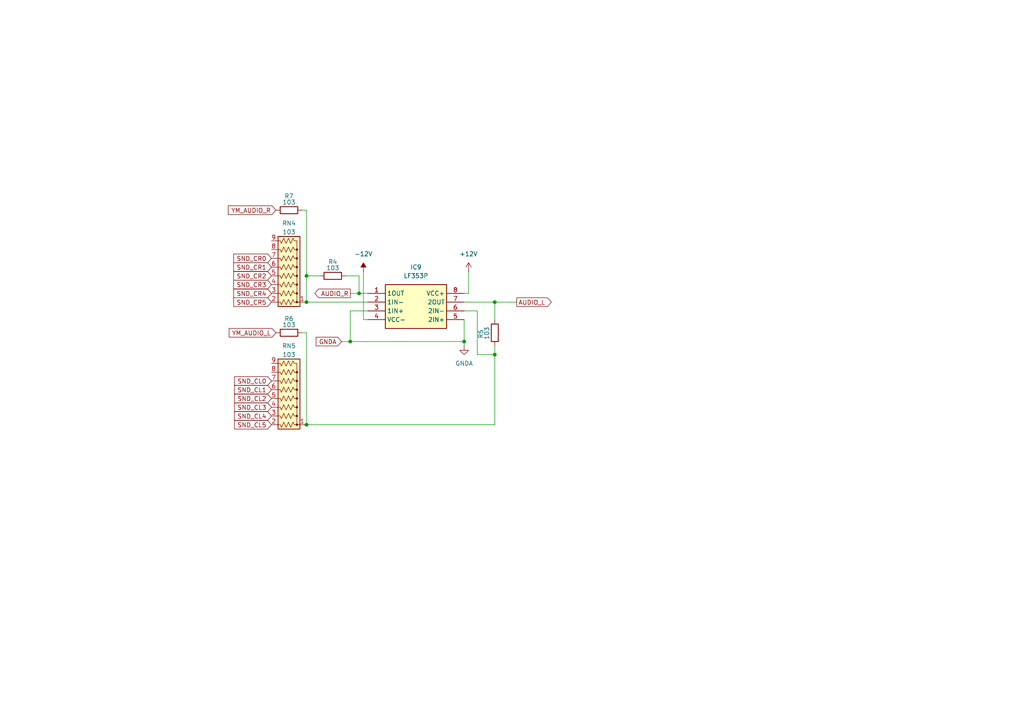
<source format=kicad_sch>
(kicad_sch (version 20250114) (generator "eeschema") (generator_version "9.0")
  (paper "A4")
  (title_block (title "Audio Mixer Circuitry") (date "2025-04-15") (rev "1.3") (company "Data Tuning") (comment 1 "Hydra 16"))
  (lib_symbols
    (symbol "Device:R" (pin_numbers (hide yes)) (pin_names (offset 0))
      (property "Reference" "R" (at 2.032 0 90))
      (property "Value" "R" (at 0 0 90))
      (symbol "R_0_1"
        (rectangle (start -1.016 -2.54) (end 1.016 2.54) (stroke (width 0.254)))
      )
      (symbol "R_1_1"
        (pin passive line (at 0 3.81 270) (length 1.27) (name "~") (number "1"))
        (pin passive line (at 0 -3.81 90) (length 1.27) (name "~") (number "2"))
      )
    )
    (symbol "Device:R_Network08_US" (pin_names (offset 0) (hide yes))
      (property "Reference" "RN" (at -12.7 0 90))
      (property "Value" "R_Network08_US" (at 10.16 0 90))
      (symbol "R_Network08_US_0_1"
        (rectangle (start -11.43 -3.175) (end 8.89 3.175) (stroke (width 0.254)) (fill (type background)))
        (circle (center -10.16 2.286) (radius 0.254) (fill (type outline)))
        (polyline (pts (xy -10.16 2.286) (xy 7.62 2.286)))
        (polyline (pts (xy -10.16 2.286) (xy -10.16 1.524) (xy -9.398 1.1684) (xy -10.922 0.508) (xy -9.398 -0.1524) (xy -10.922 -0.8382) (xy -9.398 -1.524) (xy -10.922 -2.1844) (xy -10.16 -2.54) (xy -10.16 -3.81)))
        (circle (center -7.62 2.286) (radius 0.254) (fill (type outline)))
        (polyline (pts (xy -7.62 2.286) (xy -7.62 1.524) (xy -6.858 1.1684) (xy -8.382 0.508) (xy -6.858 -0.1524) (xy -8.382 -0.8382) (xy -6.858 -1.524) (xy -8.382 -2.1844) (xy -7.62 -2.54) (xy -7.62 -3.81)))
        (circle (center -5.08 2.286) (radius 0.254) (fill (type outline)))
        (polyline (pts (xy -5.08 2.286) (xy -5.08 1.524) (xy -4.318 1.1684) (xy -5.842 0.508) (xy -4.318 -0.1524) (xy -5.842 -0.8382) (xy -4.318 -1.524) (xy -5.842 -2.1844) (xy -5.08 -2.54) (xy -5.08 -3.81)))
        (circle (center -2.54 2.286) (radius 0.254) (fill (type outline)))
        (polyline (pts (xy -2.54 2.286) (xy -2.54 1.524) (xy -1.778 1.1684) (xy -3.302 0.508) (xy -1.778 -0.1524) (xy -3.302 -0.8382) (xy -1.778 -1.524) (xy -3.302 -2.1844) (xy -2.54 -2.54) (xy -2.54 -3.81)))
        (circle (center 0 2.286) (radius 0.254) (fill (type outline)))
        (polyline (pts (xy 0 2.286) (xy 0 1.524) (xy 0.762 1.1684) (xy -0.762 0.508) (xy 0.762 -0.1524) (xy -0.762 -0.8382) (xy 0.762 -1.524) (xy -0.762 -2.1844) (xy 0 -2.54) (xy 0 -3.81)))
        (polyline (pts (xy 2.54 2.286) (xy 2.54 1.524) (xy 3.302 1.1684) (xy 1.778 0.508) (xy 3.302 -0.1524) (xy 1.778 -0.8382) (xy 3.302 -1.524) (xy 1.778 -2.1844) (xy 2.54 -2.54) (xy 2.54 -3.81)))
        (circle (center 2.54 2.286) (radius 0.254) (fill (type outline)))
        (polyline (pts (xy 5.08 2.286) (xy 5.08 1.524) (xy 5.842 1.1684) (xy 4.318 0.508) (xy 5.842 -0.1524) (xy 4.318 -0.8382) (xy 5.842 -1.524) (xy 4.318 -2.1844) (xy 5.08 -2.54) (xy 5.08 -3.81)))
        (circle (center 5.08 2.286) (radius 0.254) (fill (type outline)))
        (polyline (pts (xy 7.62 2.286) (xy 7.62 1.524) (xy 8.382 1.1684) (xy 6.858 0.508) (xy 8.382 -0.1524) (xy 6.858 -0.8382) (xy 8.382 -1.524) (xy 6.858 -2.1844) (xy 7.62 -2.54) (xy 7.62 -3.81)))
      )
      (symbol "R_Network08_US_1_1"
        (pin passive line (at -10.16 5.08 270) (length 2.54) (name "common") (number "1"))
        (pin passive line (at -10.16 -5.08 90) (length 1.27) (name "R1") (number "2"))
        (pin passive line (at -7.62 -5.08 90) (length 1.27) (name "R2") (number "3"))
        (pin passive line (at -5.08 -5.08 90) (length 1.27) (name "R3") (number "4"))
        (pin passive line (at -2.54 -5.08 90) (length 1.27) (name "R4") (number "5"))
        (pin passive line (at 0 -5.08 90) (length 1.27) (name "R5") (number "6"))
        (pin passive line (at 2.54 -5.08 90) (length 1.27) (name "R6") (number "7"))
        (pin passive line (at 5.08 -5.08 90) (length 1.27) (name "R7") (number "8"))
        (pin passive line (at 7.62 -5.08 90) (length 1.27) (name "R8") (number "9"))
      )
    )
    (symbol "LF353:LF353P"
      (property "Reference" "IC" (at 24.13 7.62 0))
      (property "Value" "LF353P" (at 24.13 5.08 0))
      (symbol "LF353P_1_1"
        (rectangle (start 5.08 2.54) (end 22.86 -10.16) (stroke (width 0.254)) (fill (type background)))
        (pin passive line (at 0 0 0) (length 5.08) (name "1OUT") (number "1"))
        (pin passive line (at 0 -2.54 0) (length 5.08) (name "1IN-") (number "2"))
        (pin passive line (at 0 -5.08 0) (length 5.08) (name "1IN+") (number "3"))
        (pin passive line (at 0 -7.62 0) (length 5.08) (name "VCC-") (number "4"))
        (pin passive line (at 27.94 0 180) (length 5.08) (name "VCC+") (number "8"))
        (pin passive line (at 27.94 -2.54 180) (length 5.08) (name "2OUT") (number "7"))
        (pin passive line (at 27.94 -5.08 180) (length 5.08) (name "2IN-") (number "6"))
        (pin passive line (at 27.94 -7.62 180) (length 5.08) (name "2IN+") (number "5"))
      )
    )
    (symbol "power:+12V" (power) (pin_numbers (hide yes)) (pin_names (offset 0) (hide yes))
      (property "Value" "+12V" (at 0 3.556 0))
      (symbol "+12V_0_1"
        (polyline (pts (xy -0.762 1.27) (xy 0 2.54)))
        (polyline (pts (xy 0 2.54) (xy 0.762 1.27)))
        (polyline (pts (xy 0 0) (xy 0 2.54)))
      )
      (symbol "+12V_1_1"
        (pin power_in line (at 0 0 90) (length 0) (name "~") (number "1"))
      )
    )
    (symbol "power:-12V" (power) (pin_numbers (hide yes)) (pin_names (offset 0) (hide yes))
      (property "Value" "-12V" (at 0 3.556 0))
      (symbol "-12V_0_0"
        (pin power_in line (at 0 0 90) (length 0) (name "~") (number "1"))
      )
      (symbol "-12V_0_1"
        (polyline (pts (xy 0 0) (xy 0 1.27) (xy 0.762 1.27) (xy 0 2.54) (xy -0.762 1.27) (xy 0 1.27)) (fill (type outline)))
      )
    )
    (symbol "power:GNDA" (power) (pin_numbers (hide yes)) (pin_names (offset 0) (hide yes))
      (property "Value" "GNDA" (at 0 -3.81 0))
      (symbol "GNDA_0_1"
        (polyline (pts (xy 0 0) (xy 0 -1.27) (xy 1.27 -1.27) (xy 0 -2.54) (xy -1.27 -1.27) (xy 0 -1.27)))
      )
      (symbol "GNDA_1_1"
        (pin power_in line (at 0 0 270) (length 0) (name "~") (number "1"))
      )
    )
  )
  (junction (at 88.9 80.01))
  (junction (at 143.51 87.63))
  (junction (at 143.51 102.87))
  (junction (at 88.9 123.19))
  (junction (at 104.14 85.09))
  (junction (at 88.9 87.63))
  (junction (at 134.62 99.06))
  (junction (at 101.6 99.06))
  (wire (pts (xy 92.71 80.01) (xy 88.9 80.01)))
  (wire (pts (xy 101.6 85.09) (xy 104.14 85.09)))
  (wire (pts (xy 88.9 87.63) (xy 106.68 87.63)))
  (wire (pts (xy 134.62 100.33) (xy 134.62 99.06)))
  (wire (pts (xy 105.41 78.74) (xy 105.41 92.71)))
  (wire (pts (xy 138.43 90.17) (xy 138.43 102.87)))
  (wire (pts (xy 88.9 80.01) (xy 88.9 87.63)))
  (wire (pts (xy 99.06 99.06) (xy 101.6 99.06)))
  (wire (pts (xy 135.89 85.09) (xy 135.89 78.74)))
  (wire (pts (xy 101.6 90.17) (xy 101.6 99.06)))
  (wire (pts (xy 106.68 92.71) (xy 105.41 92.71)))
  (wire (pts (xy 143.51 87.63) (xy 149.86 87.63)))
  (wire (pts (xy 87.63 60.96) (xy 88.9 60.96)))
  (wire (pts (xy 143.51 102.87) (xy 143.51 123.19)))
  (wire (pts (xy 134.62 87.63) (xy 143.51 87.63)))
  (wire (pts (xy 134.62 99.06) (xy 134.62 92.71)))
  (wire (pts (xy 138.43 102.87) (xy 143.51 102.87)))
  (wire (pts (xy 134.62 90.17) (xy 138.43 90.17)))
  (wire (pts (xy 101.6 99.06) (xy 134.62 99.06)))
  (wire (pts (xy 104.14 85.09) (xy 106.68 85.09)))
  (wire (pts (xy 143.51 87.63) (xy 143.51 92.71)))
  (wire (pts (xy 87.63 96.52) (xy 88.9 96.52)))
  (wire (pts (xy 88.9 123.19) (xy 143.51 123.19)))
  (wire (pts (xy 134.62 85.09) (xy 135.89 85.09)))
  (wire (pts (xy 100.33 80.01) (xy 104.14 80.01)))
  (wire (pts (xy 106.68 90.17) (xy 101.6 90.17)))
  (wire (pts (xy 88.9 60.96) (xy 88.9 80.01)))
  (wire (pts (xy 88.9 96.52) (xy 88.9 123.19)))
  (wire (pts (xy 143.51 100.33) (xy 143.51 102.87)))
  (wire (pts (xy 104.14 80.01) (xy 104.14 85.09)))
  (global_label "SND_CR5" (shape input) (at 78.74 87.63 180) (property "Intersheetrefs" "${INTERSHEET_REFS}" (effects (hide yes))))
  (global_label "YM_AUDIO_R" (shape input) (at 80.01 60.96 180) (property "Intersheetrefs" "${INTERSHEET_REFS}" (effects (hide yes))))
  (global_label "AUDIO_R" (shape output) (at 101.6 85.09 180) (property "Intersheetrefs" "${INTERSHEET_REFS}" (effects (hide yes))))
  (global_label "SND_CL4" (shape input) (at 78.74 120.65 180) (property "Intersheetrefs" "${INTERSHEET_REFS}" (effects (hide yes))))
  (global_label "YM_AUDIO_L" (shape input) (at 80.01 96.52 180) (property "Intersheetrefs" "${INTERSHEET_REFS}" (effects (hide yes))))
  (global_label "SND_CL2" (shape input) (at 78.74 115.57 180) (property "Intersheetrefs" "${INTERSHEET_REFS}" (effects (hide yes))))
  (global_label "SND_CR2" (shape input) (at 78.74 80.01 180) (property "Intersheetrefs" "${INTERSHEET_REFS}" (effects (hide yes))))
  (global_label "SND_CL3" (shape input) (at 78.74 118.11 180) (property "Intersheetrefs" "${INTERSHEET_REFS}" (effects (hide yes))))
  (global_label "SND_CR3" (shape input) (at 78.74 82.55 180) (property "Intersheetrefs" "${INTERSHEET_REFS}" (effects (hide yes))))
  (global_label "SND_CL1" (shape input) (at 78.74 113.03 180) (property "Intersheetrefs" "${INTERSHEET_REFS}" (effects (hide yes))))
  (global_label "GNDA" (shape input) (at 99.06 99.06 180) (property "Intersheetrefs" "${INTERSHEET_REFS}" (effects (hide yes))))
  (global_label "SND_CL5" (shape input) (at 78.74 123.19 180) (property "Intersheetrefs" "${INTERSHEET_REFS}" (effects (hide yes))))
  (global_label "SND_CL0" (shape input) (at 78.74 110.49 180) (property "Intersheetrefs" "${INTERSHEET_REFS}" (effects (hide yes))))
  (global_label "SND_CR1" (shape input) (at 78.74 77.47 180) (property "Intersheetrefs" "${INTERSHEET_REFS}" (effects (hide yes))))
  (global_label "SND_CR0" (shape input) (at 78.74 74.93 180) (property "Intersheetrefs" "${INTERSHEET_REFS}" (effects (hide yes))))
  (global_label "SND_CR4" (shape input) (at 78.74 85.09 180) (property "Intersheetrefs" "${INTERSHEET_REFS}" (effects (hide yes))))
  (global_label "AUDIO_L" (shape output) (at 149.86 87.63 0) (property "Intersheetrefs" "${INTERSHEET_REFS}" (effects (hide yes))))
  (symbol (lib_id "Device:R") (at 83.82 96.52 90) (unit 1)
    (property "Reference" "R6" (at 83.82 92.456 90))
    (property "Value" "103" (at 83.82 94.234 90))
    (property "Footprint" "Resistor_THT:R_Axial_DIN0204_L3.6mm_D1.6mm_P5.08mm_Horizontal" (effects (hide yes)))
    (property "Description" "Resistor" (effects (hide yes)))
  )
  (symbol (lib_id "power:-12V") (at 105.41 78.74 0) (unit 1)
    (property "Reference" "#PWR077" (effects (hide yes)))
    (property "Value" "-12V" (at 105.41 73.66 0))
    (property "Description" "Power symbol creates a global label with name \"-12V\"" (effects (hide yes)))
  )
  (symbol (lib_id "LF353:LF353P") (at 106.68 85.09 0) (unit 1)
    (property "Reference" "IC9" (at 120.65 77.47 0))
    (property "Value" "LF353P" (at 120.65 80.01 0))
    (property "Footprint" "Package_DIP:DIP-8_W7.62mm_Socket_LongPads" (effects (hide yes)))
    (property "Datasheet" "http://www.ti.com/lit/ds/symlink/lf353.pdf" (effects (hide yes)))
    (property "Description" "Dual General-Purpose JFET-input Operational Amplifier" (effects (hide yes)))
    (property "Height" "5.08" (effects (hide yes)))
    (property "Mouser Part Number" "595-LF353P" (effects (hide yes)))
    (property "Mouser Price/Stock" "https://www.mouser.co.uk/ProductDetail/Texas-Instruments/LF353P?qs=EIjG%252BN7kn%252BnHJN43AgArjw%3D%3D" (effects (hide yes)))
    (property "Manufacturer_Name" "Texas Instruments" (effects (hide yes)))
    (property "Manufacturer_Part_Number" "LF353P" (effects (hide yes)))
  )
  (symbol (lib_id "Device:R_Network08_US") (at 83.82 113.03 270) (mirror x) (unit 1)
    (property "Reference" "RN5" (at 83.82 100.33 90))
    (property "Value" "103" (at 83.82 102.87 90))
    (property "Footprint" "Resistor_THT:R_Array_SIP9" (effects (hide yes)))
    (property "Datasheet" "http://www.vishay.com/docs/31509/csc.pdf" (effects (hide yes)))
    (property "Description" "8 resistor network, star topology, bussed resistors, small US symbol" (effects (hide yes)))
  )
  (symbol (lib_id "power:GNDA") (at 134.62 100.33 0) (unit 1)
    (property "Reference" "#PWR021" (effects (hide yes)))
    (property "Value" "GNDA" (at 134.62 105.41 0))
    (property "Description" "Power symbol creates a global label with name \"GNDA\" , analog ground" (effects (hide yes)))
  )
  (symbol (lib_id "Device:R") (at 96.52 80.01 90) (unit 1)
    (property "Reference" "R4" (at 96.52 75.946 90))
    (property "Value" "103" (at 96.52 77.724 90))
    (property "Footprint" "Resistor_THT:R_Axial_DIN0204_L3.6mm_D1.6mm_P5.08mm_Horizontal" (effects (hide yes)))
    (property "Description" "Resistor" (effects (hide yes)))
  )
  (symbol (lib_id "Device:R_Network08_US") (at 83.82 77.47 270) (mirror x) (unit 1)
    (property "Reference" "RN4" (at 83.82 64.77 90))
    (property "Value" "103" (at 83.82 67.31 90))
    (property "Footprint" "Resistor_THT:R_Array_SIP9" (effects (hide yes)))
    (property "Datasheet" "http://www.vishay.com/docs/31509/csc.pdf" (effects (hide yes)))
    (property "Description" "8 resistor network, star topology, bussed resistors, small US symbol" (effects (hide yes)))
  )
  (symbol (lib_id "Device:R") (at 83.82 60.96 90) (unit 1)
    (property "Reference" "R7" (at 83.82 56.896 90))
    (property "Value" "103" (at 83.82 58.674 90))
    (property "Footprint" "Resistor_THT:R_Axial_DIN0204_L3.6mm_D1.6mm_P5.08mm_Horizontal" (effects (hide yes)))
    (property "Description" "Resistor" (effects (hide yes)))
  )
  (symbol (lib_id "power:+12V") (at 135.89 78.74 0) (unit 1)
    (property "Reference" "#PWR036" (effects (hide yes)))
    (property "Value" "+12V" (at 135.89 73.66 0))
    (property "Description" "Power symbol creates a global label with name \"+12V\"" (effects (hide yes)))
  )
  (symbol (lib_id "Device:R") (at 143.51 96.52 180) (unit 1)
    (property "Reference" "R5" (at 139.446 95.504 90) (effects (justify left)))
    (property "Value" "103" (at 141.224 94.742 90) (effects (justify left)))
    (property "Footprint" "Resistor_THT:R_Axial_DIN0204_L3.6mm_D1.6mm_P5.08mm_Horizontal" (effects (hide yes)))
    (property "Description" "Resistor" (effects (hide yes)))
  )
)
</source>
